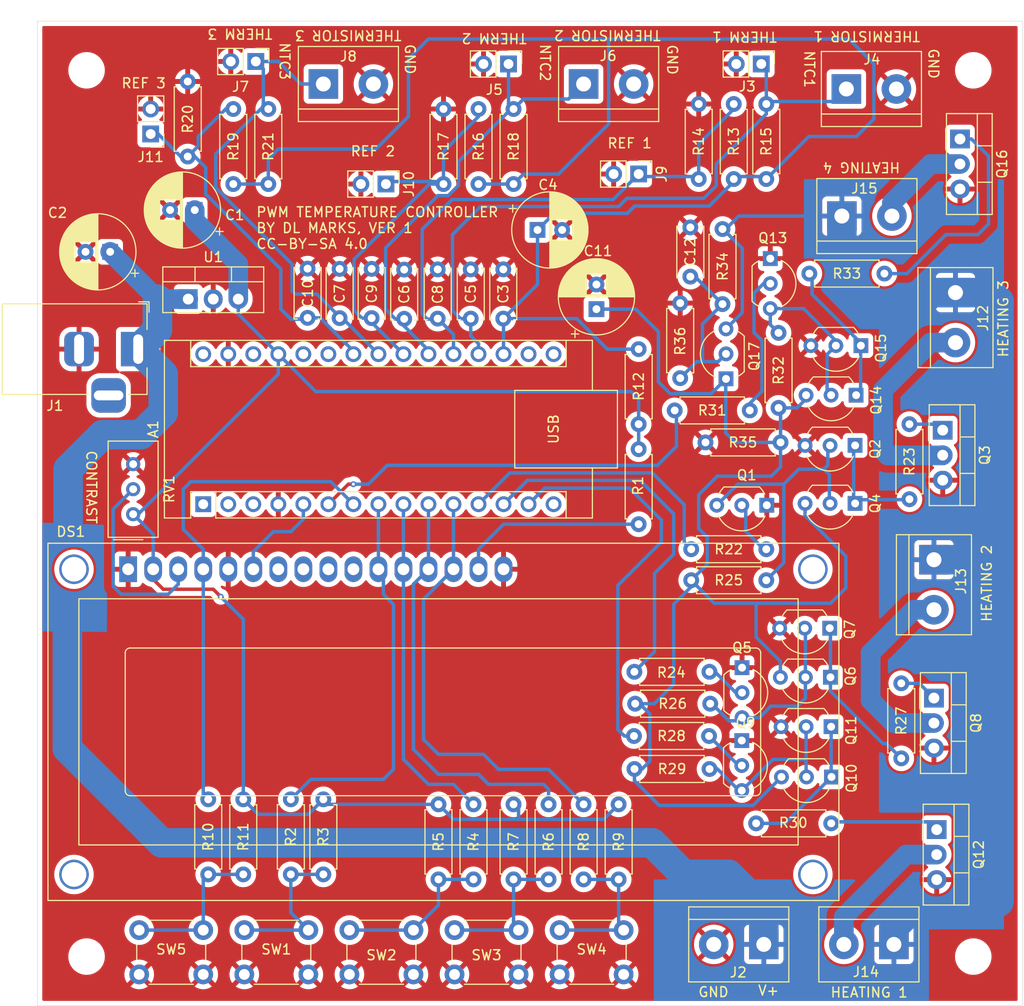
<source format=kicad_pcb>
(kicad_pcb (version 20221018) (generator pcbnew)
  (layers (0 "F.Cu" signal) (31 "B.Cu" signal) (34 "B.Paste" user) (35 "F.Paste" user) (36 "B.SilkS" user "B.Silkscreen") (37 "F.SilkS" user "F.Silkscreen") (38 "B.Mask" user) (39 "F.Mask" user) (44 "Edge.Cuts" user))
  (net 0 "")
  (net 4 "GND")
  (net 10 "+5V")
  (net 13 "Net-(DS1-VO)")
  (net 18 "Net-(DS1-LED(+))")
  (net 19 "/OC2B")
  (net 20 "/OC1A")
  (net 21 "/OC1B")
  (net 22 "/OC2A")
  (net 23 "/VREF")
  (net 24 "/NTC1")
  (net 25 "/NTC1REF")
  (net 26 "/NTC2")
  (net 27 "/NTC2REF")
  (net 28 "/NTC3")
  (net 29 "/NTC3REF")
  (net 30 "/RSDISP")
  (net 31 "/EDISP")
  (net 32 "/D4DISP")
  (net 33 "/D5DISP")
  (net 34 "/D6DISP")
  (net 35 "/D7DISP")
  (net 36 "Net-(R2-Pad2)")
  (net 37 "Net-(R4-Pad2)")
  (net 38 "Net-(R6-Pad2)")
  (net 39 "Net-(R8-Pad2)")
  (net 40 "Net-(R10-Pad2)")
  (net 41 "+12V")
  (net 42 "Net-(J12-Pin_2)")
  (net 43 "Net-(J13-Pin_2)")
  (net 44 "Net-(J14-Pin_2)")
  (net 45 "Net-(J15-Pin_2)")
  (net 46 "Net-(Q1-B)")
  (net 47 "Net-(Q2-E)")
  (net 48 "Net-(Q3-G)")
  (net 49 "Net-(Q5-B)")
  (net 50 "Net-(Q6-E)")
  (net 51 "Net-(Q8-G)")
  (net 52 "Net-(Q9-B)")
  (net 53 "Net-(Q10-E)")
  (net 54 "Net-(Q12-G)")
  (net 55 "Net-(Q13-B)")
  (net 56 "Net-(Q14-E)")
  (net 57 "Net-(Q16-G)")
  (net 58 "+24V")
  (net 59 "Net-(Q1-C)")
  (net 60 "Net-(Q5-C)")
  (net 61 "Net-(Q10-B)")
  (net 62 "Net-(Q13-C)")
  (net 63 "Net-(Q17-B)")
  (footprint "Resistor_THT:R_Axial_DIN0207_L6.3mm_D2.5mm_P7.62mm_Horizontal" (layer "F.Cu") (at 167.132 66.04 90)
    (fp_text reference "R14")
    (fp_text value "10k")
  )
  (footprint "Package_TO_SOT_THT:TO-92_Inline_Wide" (layer "F.Cu") (at 180.5 116.64 180)
    (fp_text reference "Q6")
    (fp_text value "2N3904")
  )
  (footprint "Capacitor_THT:C_Disc_D5.0mm_W2.5mm_P5.00mm" (layer "F.Cu") (at 137.2362 80.2386 90)
    (fp_text reference "C6")
    (fp_text value "100 nF")
  )
  (footprint "Package_TO_SOT_THT:TO-220-3_Vertical" (layer "F.Cu") (at 191.008 118.745 -90)
    (fp_text reference "Q8")
    (fp_text value "IRLZ44N")
  )
  (footprint "Connector_PinHeader_2.54mm:PinHeader_1x02_P2.54mm_Vertical" (layer "F.Cu") (at 147.828 54.356 -90)
    (fp_text reference "J5")
    (fp_text value "Conn_01x02_Pin")
  )
  (footprint "Resistor_THT:R_Axial_DIN0207_L6.3mm_D2.5mm_P7.62mm_Horizontal" (layer "F.Cu") (at 170.688 66.04 90)
    (fp_text reference "R13")
    (fp_text value "10k")
  )
  (footprint "Resistor_THT:R_Axial_DIN0207_L6.3mm_D2.5mm_P7.62mm_Horizontal" (layer "F.Cu") (at 160.61 125.95)
    (fp_text reference "R29")
    (fp_text value "2k2")
  )
  (footprint "Package_TO_SOT_THT:TO-92_Inline_Wide" (layer "F.Cu") (at 171.53 115.66 -90)
    (fp_text reference "Q5")
    (fp_text value "2N3904")
  )
  (footprint "Button_Switch_THT:SW_PUSH_6mm" (layer "F.Cu") (at 127.508 146.812 180)
    (fp_text reference "SW1")
    (fp_text value "SW_Push")
  )
  (footprint "Resistor_THT:R_Axial_DIN0207_L6.3mm_D2.5mm_P7.62mm_Horizontal" (layer "F.Cu") (at 161.036 83.312 -90)
    (fp_text reference "R12")
    (fp_text value "100R")
  )
  (footprint "Resistor_THT:R_Axial_DIN0207_L6.3mm_D2.5mm_P7.62mm_Horizontal" (layer "F.Cu") (at 187.69 124.87 90)
    (fp_text reference "R27")
    (fp_text value "10R")
  )
  (footprint "TerminalBlock:TerminalBlock_bornier-2_P5.08mm" (layer "F.Cu") (at 173.736 143.764 180)
    (fp_text reference "J2")
    (fp_text value "Screw_Terminal_01x02")
  )
  (footprint "Capacitor_THT:C_Disc_D5.0mm_W2.5mm_P5.00mm" (layer "F.Cu") (at 147.2946 80.2132 90)
    (fp_text reference "C3")
    (fp_text value "100 nF")
  )
  (footprint "Resistor_THT:R_Axial_DIN0207_L6.3mm_D2.5mm_P7.62mm_Horizontal" (layer "F.Cu") (at 140.716 137.16 90)
    (fp_text reference "R5")
    (fp_text value "1k")
  )
  (footprint "Resistor_THT:R_Axial_DIN0207_L6.3mm_D2.5mm_P7.62mm_Horizontal" (layer "F.Cu") (at 165.2524 86.2584 90)
    (fp_text reference "R36")
    (fp_text value "10k")
  )
  (footprint "Connector_BarrelJack:BarrelJack_Horizontal" (layer "F.Cu") (at 110.236 83.312)
    (fp_text reference "J1")
    (fp_text value "Barrel_Jack_Switch")
  )
  (footprint "Capacitor_THT:CP_Radial_D7.5mm_P2.50mm" (layer "F.Cu") (at 107.3912 73.4314 180)
    (fp_text reference "C2")
    (fp_text value "100 uF")
  )
  (footprint "TerminalBlock:TerminalBlock_bornier-2_P5.08mm" (layer "F.Cu") (at 182.118 56.896)
    (fp_text reference "J4")
    (fp_text value "Screw_Terminal_01x02")
  )
  (footprint "Package_TO_SOT_THT:TO-92_Inline_Wide" (layer "F.Cu") (at 180.57 121.66 180)
    (fp_text reference "Q11")
    (fp_text value "2N3906")
  )
  (footprint "Capacitor_THT:C_Disc_D5.0mm_W2.5mm_P5.00mm" (layer "F.Cu") (at 133.9342 80.1624 90)
    (fp_text reference "C9")
    (fp_text value "100 nF")
  )
  (footprint "Resistor_THT:R_Axial_DIN0207_L6.3mm_D2.5mm_P7.62mm_Horizontal" (layer "F.Cu") (at 144.78 66.548 90)
    (fp_text reference "R16")
    (fp_text value "10k")
  )
  (footprint "Resistor_THT:R_Axial_DIN0207_L6.3mm_D2.5mm_P7.62mm_Horizontal" (layer "F.Cu") (at 178.3588 75.6412)
    (fp_text reference "R33")
    (fp_text value "10R")
  )
  (footprint "TerminalBlock:TerminalBlock_bornier-2_P5.08mm" (layer "F.Cu") (at 186.944 143.764 180)
    (fp_text reference "J14")
    (fp_text value "Screw_Terminal_01x02")
  )
  (footprint "Potentiometer_THT:Potentiometer_Bourns_3296W_Vertical" (layer "F.Cu") (at 109.728 100.076 -90)
    (fp_text reference "RV1")
    (fp_text value "R_Potentiometer")
  )
  (footprint "Resistor_THT:R_Axial_DIN0207_L6.3mm_D2.5mm_P7.62mm_Horizontal" (layer "F.Cu") (at 141.224 66.548 90)
    (fp_text reference "R17")
    (fp_text value "10k")
  )
  (footprint "Package_TO_SOT_THT:TO-92_Inline_Wide" (layer "F.Cu") (at 174.3964 74.1172 -90)
    (fp_text reference "Q13")
    (fp_text value "2N3904")
  )
  (footprint "Resistor_THT:R_Axial_DIN0207_L6.3mm_D2.5mm_P7.62mm_Horizontal" (layer "F.Cu") (at 173.99 103.632 180)
    (fp_text reference "R22")
    (fp_text value "10k")
  )
  (footprint "Package_TO_SOT_THT:TO-92_Inline_Wide" (layer "F.Cu") (at 180.43 111.65 180)
    (fp_text reference "Q7")
    (fp_text value "2N3906")
  )
  (footprint "Button_Switch_THT:SW_PUSH_6mm" (layer "F.Cu") (at 148.844 146.812 180)
    (fp_text reference "SW3")
    (fp_text value "SW_Push")
  )
  (footprint "Capacitor_THT:CP_Radial_D7.5mm_P2.50mm" (layer "F.Cu") (at 156.75 79.25 90)
    (fp_text reference "C11")
    (fp_text value "100 uF")
  )
  (footprint "Resistor_THT:R_Axial_DIN0207_L6.3mm_D2.5mm_P7.62mm_Horizontal" (layer "F.Cu") (at 148.336 66.548 90)
    (fp_text reference "R18")
    (fp_text value "10k")
  )
  (footprint "Package_TO_SOT_THT:TO-220-3_Vertical" (layer "F.Cu") (at 191.897 91.5416 -90)
    (fp_text reference "Q3")
    (fp_text value "IRLZ44N")
  )
  (footprint "Resistor_THT:R_Axial_DIN0207_L6.3mm_D2.5mm_P7.62mm_Horizontal" (layer "F.Cu") (at 168.22 116.08 180)
    (fp_text reference "R24")
    (fp_text value "10k")
  )
  (footprint "TerminalBlock:TerminalBlock_bornier-2_P5.08mm" (layer "F.Cu") (at 181.6608 69.7992)
    (fp_text reference "J15")
    (fp_text value "Screw_Terminal_01x02")
  )
  (footprint "Resistor_THT:R_Axial_DIN0207_L6.3mm_D2.5mm_P7.62mm_Horizontal" (layer "F.Cu") (at 166.37 106.7816)
    (fp_text reference "R25")
    (fp_text value "2k2")
  )
  (footprint "TerminalBlock:TerminalBlock_bornier-2_P5.08mm" (layer "F.Cu") (at 193.1924 77.5716 -90)
    (fp_text reference "J12")
    (fp_text value "Screw_Terminal_01x02")
  )
  (footprint "Resistor_THT:R_Axial_DIN0207_L6.3mm_D2.5mm_P7.62mm_Horizontal" (layer "F.Cu") (at 160.68 119.32)
    (fp_text reference "R26")
    (fp_text value "2k2")
  )
  (footprint "Resistor_THT:R_Axial_DIN0207_L6.3mm_D2.5mm_P7.62mm_Horizontal" (layer "F.Cu") (at 172.96 131.47)
    (fp_text reference "R30")
    (fp_text value "10R")
  )
  (footprint "TerminalBlock:TerminalBlock_bornier-2_P5.08mm" (layer "F.Cu") (at 191.008 104.6988 -90)
    (fp_text reference "J13")
    (fp_text value "Screw_Terminal_01x02")
  )
  (footprint "TerminalBlock:TerminalBlock_bornier-2_P5.08mm" (layer "F.Cu") (at 129.032 56.388)
    (fp_text reference "J8")
    (fp_text value "Screw_Terminal_01x02")
  )
  (footprint "Resistor_THT:R_Axial_DIN0207_L6.3mm_D2.5mm_P7.62mm_Horizontal" (layer "F.Cu") (at 129.032 136.652 90)
    (fp_text reference "R3")
    (fp_text value "1k")
  )
  (footprint "Resistor_THT:R_Axial_DIN0207_L6.3mm_D2.5mm_P7.62mm_Horizontal" (layer "F.Cu") (at 168.18 122.6 180)
    (fp_text reference "R28")
    (fp_text value "10k")
  )
  (footprint "Resistor_THT:R_Axial_DIN0207_L6.3mm_D2.5mm_P7.62mm_Horizontal" (layer "F.Cu") (at 115.2652 63.754 90)
    (fp_text reference "R20")
    (fp_text value "10k")
  )
  (footprint "Resistor_THT:R_Axial_DIN0207_L6.3mm_D2.5mm_P7.62mm_Horizontal" (layer "F.Cu") (at 148.336 137.16 90)
    (fp_text reference "R7")
    (fp_text value "1k")
  )
  (footprint "Capacitor_THT:CP_Radial_D7.5mm_P2.50mm" (layer "F.Cu") (at 115.9764 69.1896 180)
    (fp_text reference "C1")
    (fp_text value "100 uF")
  )
  (footprint "Package_TO_SOT_THT:TO-92_Inline_Wide" (layer "F.Cu") (at 171.5 123.06 -90)
    (fp_text reference "Q9")
    (fp_text value "2N3904")
  )
  (footprint "Resistor_THT:R_Axial_DIN0207_L6.3mm_D2.5mm_P7.62mm_Horizontal" (layer "F.Cu") (at 119.888 66.548 90)
    (fp_text reference "R19")
    (fp_text value "10k")
  )
  (footprint "Package_TO_SOT_THT:TO-92_Inline_Wide" (layer "F.Cu") (at 174.0408 99.1616 180)
    (fp_text reference "Q1")
    (fp_text value "2N3904")
  )
  (footprint "Connector_PinHeader_2.54mm:PinHeader_1x02_P2.54mm_Vertical" (layer "F.Cu") (at 135.382 66.548 -90)
    (fp_text reference "J10")
    (fp_text value "Conn_01x02_Pin")
  )
  (footprint "Button_Switch_THT:SW_PUSH_6mm" (layer "F.Cu") (at 159.512 146.812 180)
    (fp_text reference "SW4")
    (fp_text value "SW_Push")
  )
  (footprint "Package_TO_SOT_THT:TO-220-3_Vertical" (layer "F.Cu") (at 191.2874 132.1054 -90)
    (fp_text reference "Q12")
    (fp_text value "IRLZ44N")
  )
  (footprint "Package_TO_SOT_THT:TO-92_Inline_Wide" (layer "F.Cu") (at 183.1086 87.9856 180)
    (fp_text reference "Q14")
    (fp_text value "2N3904")
  )
  (footprint "Package_TO_SOT_THT:TO-220-3_Vertical" (layer "F.Cu") (at 193.6496 61.976 -90)
    (fp_text reference "Q16")
    (fp_text value "IRLZ44N")
  )
  (footprint "Capacitor_THT:C_Disc_D5.0mm_W2.5mm_P5.00mm" (layer "F.Cu") (at 143.9926 80.2132 90)
    (fp_text reference "C5")
    (fp_text value "100 nF")
  )
  (footprint "Resistor_THT:R_Axial_DIN0207_L6.3mm_D2.5mm_P7.62mm_Horizontal" (layer "F.Cu") (at 167.8178 92.7862)
    (fp_text reference "R35")
    (fp_text value "2k2")
  )
  (footprint "Capacitor_THT:C_Disc_D5.0mm_W2.5mm_P5.00mm" (layer "F.Cu") (at 140.6398 80.2132 90)
    (fp_text reference "C8")
    (fp_text value "100 nF")
  )
  (footprint "Capacitor_THT:C_Disc_D5.0mm_W2.5mm_P5.00mm" (layer "F.Cu") (at 130.683 80.1624 90)
    (fp_text reference "C7")
    (fp_text value "100 nF")
  )
  (footprint "Button_Switch_THT:SW_PUSH_6mm" (layer "F.Cu") (at 138.176 146.812 180)
    (fp_text reference "SW2")
    (fp_text value "SW_Push")
  )
  (footprint "Resistor_THT:R_Axial_DIN0207_L6.3mm_D2.5mm_P7.62mm_Horizontal" (layer "F.Cu") (at 151.892 129.54 -90)
    (fp_text reference "R6")
    (fp_text value "10k")
  )
  (footprint "Package_TO_SOT_THT:TO-92_Inline_Wide" (layer "F.Cu") (at 180.61 126.76 180)
    (fp_text reference "Q10")
    (fp_text value "2N3904")
  )
  (footprint "Package_TO_SOT_THT:TO-220-3_Vertical" (layer "F.Cu") (at 115.316 78.232)
    (fp_text reference "U1")
    (fp_text value "LM7805_TO220")
  )
  (footprint "Resistor_THT:R_Axial_DIN0207_L6.3mm_D2.5mm_P7.62mm_Horizontal" (layer "F.Cu") (at 125.73 129.032 -90)
    (fp_text reference "R2")
    (fp_text value "10k")
  )
  (footprint "Resistor_THT:R_Axial_DIN0207_L6.3mm_D2.5mm_P7.62mm_Horizontal" (layer "F.Cu") (at 159.004 137.16 90)
    (fp_text reference "R9")
    (fp_text value "1k")
  )
  (footprint "Connector_PinHeader_2.54mm:PinHeader_1x02_P2.54mm_Vertical" (layer "F.Cu") (at 161.036 65.532 -90)
    (fp_text reference "J9")
    (fp_text value "Conn_01x02_Pin")
  )
  (footprint "Package_TO_SOT_THT:TO-92_Inline_Wide" (layer "F.Cu") (at 183.007 98.9838 180)
    (fp_text reference "Q4")
    (fp_text value "2N3904")
  )
  (footprint "Module:Arduino_Nano" (layer "F.Cu") (at 116.84 99.06 90)
    (fp_text reference "A1")
    (fp_text value "Arduino_Nano_v3.x")
  )
  (footprint "Display:WC1602A" (layer "F.Cu") (at 109.22 105.664)
    (fp_text reference "DS1")
    (fp_text value "WC1602A")
  )
  (footprint "MountingHole:MountingHole_3.2mm_M3" (layer "F.Cu") (at 195 55)
    (fp_text reference "H1" hide)
    (fp_text value "MountingHole")
  )
  (footprint "Resistor_THT:R_Axial_DIN0207_L6.3mm_D2.5mm_P7.62mm_Horizontal" (layer "F.Cu") (at 155.448 129.54 -90)
    (fp_text reference "R8")
    (fp_text value "10k")
  )
  (footprint "Capacitor_THT:C_Disc_D5.0mm_W2.5mm_P5.00mm" (layer "F.Cu") (at 127.4318 80.137 90)
    (fp_text reference "C10")
    (fp_text value "100 nF")
  )
  (footprint "Capacitor_THT:CP_Radial_D7.5mm_P2.50mm" (layer "F.Cu") (at 150.77 71.21)
    (fp_text reference "C4")
    (fp_text value "100 uF")
  )
  (footprint "Resistor_THT:R_Axial_DIN0207_L6.3mm_D2.5mm_P7.62mm_Horizontal" (layer "F.Cu") (at 117.348 129.032 -90)
    (fp_text reference "R10")
    (fp_text value "10k")
  )
  (footprint "Package_TO_SOT_THT:TO-92_Inline_Wide" (layer "F.Cu") (at 183.5912 82.9564 180)
    (fp_text reference "Q15")
    (fp_text value "2N3906")
  )
  (footprint "MountingHole:MountingHole_3.2mm_M3" (layer "F.Cu") (at 195 145)
    (fp_text reference "H3" hide)
    (fp_text value "MountingHole")
  )
  (footprint "Resistor_THT:R_Axial_DIN0207_L6.3mm_D2.5mm_P7.62mm_Horizontal" (layer "F.Cu") (at 188.5188 98.552 90)
    (fp_text reference "R23")
    (fp_text value "10R")
  )
  (footprint "Connector_PinHeader_2.54mm:PinHeader_1x02_P2.54mm_Vertical" (layer "F.Cu") (at 122.174 54.102 -90)
    (fp_text reference "J7")
    (fp_text value "Conn_01x02_Pin")
  )
  (footprint "Capacitor_THT:C_Disc_D5.0mm_W2.5mm_P5.00mm" (layer "F.Cu") (at 166.28 75.95 90)
    (fp_text reference "C12")
    (fp_text value "100 nF")
  )
  (footprint "MountingHole:MountingHole_3.2mm_M3" (layer "F.Cu") (at 105 55)
    (fp_text reference "H2" hide)
    (fp_text value "MountingHole")
  )
  (footprint "Resistor_THT:R_Axial_DIN0207_L6.3mm_D2.5mm_P7.62mm_Horizontal" (layer "F.Cu") (at 173.99 66.04 90)
    (fp_text reference "R15")
    (fp_text value "10k")
  )
  (footprint "TerminalBlock:TerminalBlock_bornier-2_P5.08mm" (layer "F.Cu") (at 155.448 56.388)
    (fp_text reference "J6")
    (fp_text value "Screw_Terminal_01x02")
  )
  (footprint "Resistor_THT:R_Axial_DIN0207_L6.3mm_D2.5mm_P7.62mm_Horizontal" (layer "F.Cu") (at 172.3136 89.535 180)
    (fp_text reference "R31")
    (fp_text value "10k")
  )
  (footprint "Button_Switch_THT:SW_PUSH_6mm" (layer "F.Cu") (at 116.84 146.812 180)
    (fp_text reference "SW5")
    (fp_text value "SW_Push")
  )
  (footprint "Resistor_THT:R_Axial_DIN0207_L6.3mm_D2.5mm_P7.62mm_Horizontal" (layer "F.Cu") (at 120.904 136.652 90)
    (fp_text reference "R11")
    (fp_text value "1k")
  )
  (footprint "Connector_PinHeader_2.54mm:PinHeader_1x02_P2.54mm_Vertical" (layer "F.Cu") (at 111.506 61.468 180)
    (fp_text reference "J11")
    (fp_text value "Conn_01x02_Pin")
  )
  (footprint "Resistor_THT:R_Axial_DIN0207_L6.3mm_D2.5mm_P7.62mm_Horizontal" (layer "F.Cu") (at 175.2346 89.281 90)
    (fp_text reference "R32")
    (fp_text value "2k2")
  )
  (footprint "Resistor_THT:R_Axial_DIN0207_L6.3mm_D2.5mm_P7.62mm_Horizontal" (layer "F.Cu") (at 161.036 101.092 90)
    (fp_text reference "R1")
    (fp_text value "100R")
  )
  (footprint "Package_TO_SOT_THT:TO-92_Inline_Wide" (layer "F.Cu") (at 169.9006 86.3346 90)
    (fp_text reference "Q17")
    (fp_text value "2N3904")
  )
  (footprint "Resistor_THT:R_Axial_DIN0207_L6.3mm_D2.5mm_P7.62mm_Horizontal" (layer "F.Cu") (at 123.444 66.548 90)
    (fp_text reference "R21")
    (fp_text value "10k")
  )
  (footprint "Package_TO_SOT_THT:TO-92_Inline_Wide" (layer "F.Cu") (at 183.007 93.091 180)
    (fp_text reference "Q2")
    (fp_text value "2N3906")
  )
  (footprint "MountingHole:MountingHole_3.2mm_M3" (layer "F.Cu") (at 105 145)
    (fp_text reference "H4" hide)
    (fp_text value "MountingHole")
  )
  (footprint "Resistor_THT:R_Axial_DIN0207_L6.3mm_D2.5mm_P7.62mm_Horizontal" (layer "F.Cu") (at 169.545 71.12 -90)
    (fp_text reference "R34")
    (fp_text value "10k")
  )
  (footprint "Connector_PinHeader_2.54mm:PinHeader_1x02_P2.54mm_Vertical" (layer "F.Cu") (at 173.482 54.356 -90)
    (fp_text reference "J3")
    (fp_text value "Conn_01x02_Pin")
  )
  (footprint "Resistor_THT:R_Axial_DIN0207_L6.3mm_D2.5mm_P7.62mm_Horizontal" (layer "F.Cu") (at 144.272 129.54 -90)
    (fp_text reference "R4")
    (fp_text value "10k")
  )
  (gr_rect (start 100 50) (end 200 150) (stroke (width 0.05)) (fill none) (layer "Edge.Cuts"))
  (gr_text "HEATING 3" (at 198.628 84.2264 90) (layer "F.SilkS") (effects (font (size 1 1)) (justify left bottom)))
  (gr_text "THERMISTOR 1" (at 189.6872 50.9524 180) (layer "F.SilkS") (effects (font (size 1 1)) (justify left bottom)))
  (gr_text "HEATING 4" (at 187.6552 64.262 180) (layer "F.SilkS") (effects (font (size 1 1)) (justify left bottom)))
  (gr_text "HEATING 1" (at 180.43 149.23) (layer "F.SilkS") (effects (font (size 1 1)) (justify left bottom)))
  (gr_text "GND" (at 137.2362 52.2478 270) (layer "F.SilkS") (effects (font (size 1 1)) (justify left bottom)))
  (gr_text "REF 2" (at 131.7244 63.8048) (layer "F.SilkS") (effects (font (size 1 1)) (justify left bottom)))
  (gr_text "NTC3" (at 124.5108 52.0954 270) (layer "F.SilkS") (effects (font (size 1 1)) (justify left bottom)))
  (gr_text "V+" (at 173.07 149.03) (layer "F.SilkS") (effects (font (size 1 1)) (justify left bottom)))
  (gr_text "NTC2" (at 150.9522 52.2478 270) (layer "F.SilkS") (effects (font (size 1 1)) (justify left bottom)))
  (gr_text "GND" (at 163.8554 52.2986 270) (layer "F.SilkS") (effects (font (size 1 1)) (justify left bottom)))
  (gr_text "NTC1" (at 177.7746 52.9082 270) (layer "F.SilkS") (effects (font (size 1 1)) (justify left bottom)))
  (gr_text "GND" (at 190.373 52.705 270) (layer "F.SilkS") (effects (font (size 1 1)) (justify left bottom)))
  (gr_text "PWM TEMPERATURE CONTROLLER\nBY DL MARKS, VER 1\nCC-BY-SA 4.0" (at 122.15 73.21) (layer "F.SilkS") (effects (font (size 1 1)) (justify left bottom)))
  (gr_text "THERMISTOR 3" (at 137.0584 50.8508 180) (layer "F.SilkS") (effects (font (size 1 1)) (justify left bottom)))
  (gr_text "THERM 1" (at 175.1584 51.0032 180) (layer "F.SilkS") (effects (font (size 1 1)) (justify left bottom)))
  (gr_text "REF 3" (at 108.458 56.896) (layer "F.SilkS") (effects (font (size 1 1)) (justify left bottom)))
  (gr_text "THERMISTOR 2" (at 163.3728 50.8508 180) (layer "F.SilkS") (effects (font (size 1 1)) (justify left bottom)))
  (gr_text "THERM 2" (at 149.7584 51.1556 180) (layer "F.SilkS") (effects (font (size 1 1)) (justify left bottom)))
  (gr_text "REF 1" (at 157.7848 62.992) (layer "F.SilkS") (effects (font (size 1 1)) (justify left bottom)))
  (gr_text "CONTRAST" (at 104.902 93.5228 270) (layer "F.SilkS") (effects (font (size 1 1)) (justify left bottom)))
  (gr_text "GND" (at 167.01 149.19) (layer "F.SilkS") (effects (font (size 1 1)) (justify left bottom)))
  (gr_text "THERM 3" (at 123.952 50.6984 180) (layer "F.SilkS") (effects (font (size 1 1)) (justify left bottom)))
  (gr_text "HEATING 2" (at 196.9516 111.0996 90) (layer "F.SilkS") (effects (font (size 1 1)) (justify left bottom)))
  (segment (start 111.76 105.664) (end 111.76 106.68) (width 0.35) (layer "F.Cu") (net 10))
  (segment (start 117.856 107.696) (end 118.618 108.458) (width 0.35) (layer "F.Cu") (net 10))
  (segment (start 112.776 107.696) (end 117.856 107.696) (width 0.35) (layer "F.Cu") (net 10))
  (segment (start 111.76 106.68) (end 112.776 107.696) (width 0.35) (layer "F.Cu") (net 10))
  (via (at 118.618 108.458) (size 0.6) (drill 0.3) (layers "F.Cu" "B.Cu") (net 10))
  (segment (start 159.004 129.54) (end 157.48 131.064) (width 0.35) (layer "B.Cu") (net 10))
  (segment (start 120.396 79.756) (end 120.396 78.232) (width 0.35) (layer "B.Cu") (net 10))
  (segment (start 115.9764 70.2564) (end 120.396 74.676) (width 2) (layer "B.Cu") (net 10))
  (segment (start 157.48 131.064) (end 148.844 131.064) (width 0.35) (layer "B.Cu") (net 10))
  (segment (start 160.274 87.63) (end 161.036 88.392) (width 0.35) (layer "B.Cu") (net 10))
  (segment (start 111.76 105.664) (end 111.76 102.108) (width 0.35) (layer "B.Cu") (net 10))
  (segment (start 120.904 110.744) (end 120.904 129.032) (width 0.35) (layer "B.Cu") (net 10))
  (segment (start 140.716 129.54) (end 129.54 129.54) (width 0.35) (layer "B.Cu") (net 10))
  (segment (start 120.396 74.676) (end 120.396 78.232) (width 2) (layer "B.Cu") (net 10))
  (segment (start 128.27 87.63) (end 160.274 87.63) (width 0.35) (layer "B.Cu") (net 10))
  (segment (start 161.036 90.932) (end 161.036 93.472) (width 0.35) (layer "B.Cu") (net 10))
  (segment (start 148.844 131.064) (end 148.844 130.048) (width 0.35) (layer "B.Cu") (net 10))
  (segment (start 124.46 83.82) (end 128.27 87.63) (width 0.35) (layer "B.Cu") (net 10))
  (segment (start 110.236 100.076) (end 109.728 100.076) (width 0.35) (layer "B.Cu") (net 10))
  (segment (start 118.618 108.458) (end 120.904 110.744) (width 0.35) (layer "B.Cu") (net 10))
  (segment (start 122.428 130.556) (end 127.508 130.556) (width 0.35) (layer "B.Cu") (net 10))
  (segment (start 124.46 83.82) (end 120.396 79.756) (width 0.35) (layer "B.Cu") (net 10))
  (segment (start 115.9764 69.1896) (end 115.9764 70.2564) (width 2) (layer "B.Cu") (net 10))
  (segment (start 120.904 129.032) (end 122.428 130.556) (width 0.35) (layer "B.Cu") (net 10))
  (segment (start 148.844 131.064) (end 142.24 131.064) (width 0.35) (layer "B.Cu") (net 10))
  (segment (start 124.46 85.852) (end 124.46 83.82) (width 0.35) (layer "B.Cu") (net 10))
  (segment (start 110.236 100.076) (end 124.46 85.852) (width 0.35) (layer "B.Cu") (net 10))
  (segment (start 161.036 88.392) (end 161.036 90.932) (width 0.35) (layer "B.Cu") (net 10))
  (segment (start 127.508 130.556) (end 129.032 129.032) (width 0.35) (layer "B.Cu") (net 10))
  (segment (start 148.844 130.048) (end 148.336 129.54) (width 0.35) (layer "B.Cu") (net 10))
  (segment (start 129.54 129.54) (end 129.032 129.032) (width 0.35) (layer "B.Cu") (net 10))
  (segment (start 142.24 131.064) (end 140.716 129.54) (width 0.35) (layer "B.Cu") (net 10))
  (segment (start 111.76 102.108) (end 109.728 100.076) (width 0.35) (layer "B.Cu") (net 10))
  (segment (start 107.696 107.393) (end 108.507 108.204) (width 0.35) (layer "B.Cu") (net 13))
  (segment (start 109.728 97.536) (end 107.696 99.568) (width 0.35) (layer "B.Cu") (net 13))
  (segment (start 113.284 108.204) (end 114.3 107.188) (width 0.35) (layer "B.Cu") (net 13))
  (segment (start 108.507 108.204) (end 113.284 108.204) (width 0.35) (layer "B.Cu") (net 13))
  (segment (start 107.696 99.568) (end 107.696 107.393) (width 0.35) (layer "B.Cu") (net 13))
  (segment (start 114.3 107.188) (end 114.3 105.664) (width 0.35) (layer "B.Cu") (net 13))
  (segment (start 161.036 101.092) (end 147.32 101.092) (width 0.35) (layer "B.Cu") (net 18))
  (segment (start 144.78 103.632) (end 144.78 105.664) (width 0.35) (layer "B.Cu") (net 18))
  (segment (start 147.32 101.092) (end 144.78 103.632) (width 0.35) (layer "B.Cu") (net 18))
  (segment (start 131.572 97.028) (end 132.08 97.028) (width 0.35) (layer "F.Cu") (net 19))
  (segment (start 129.54 99.06) (end 131.572 97.028) (width 0.35) (layer "F.Cu") (net 19))
  (via (at 132.08 97.028) (size 0.6) (drill 0.3) (layers "F.Cu" "B.Cu") (net 19))
  (segment (start 133.604 97.028) (end 132.08 97.028) (width 0.35) (layer "B.Cu") (net 19))
  (segment (start 164.8714 93.1926) (end 162.954 95.11) (width 0.35) (layer "B.Cu") (net 19))
  (segment (start 135.522 95.11) (end 133.604 97.028) (width 0.35) (layer "B.Cu") (net 19))
  (segment (start 162.954 95.11) (end 135.522 95.11) (width 0.35) (layer "B.Cu") (net 19))
  (segment (start 164.8714 89.7128) (end 164.8714 93.1926) (width 0.35) (layer "B.Cu") (net 19))
  (segment (start 164.6936 89.535) (end 164.8714 89.7128) (width 0.35) (layer "B.Cu") (net 19))
  (segment (start 165.6588 102.9208) (end 165.6588 99.1108) (width 0.35) (layer "B.Cu") (net 20))
  (segment (start 147.96 95.88) (end 144.78 99.06) (width 0.35) (layer "B.Cu") (net 20))
  (segment (start 166.37 103.632) (end 165.6588 102.9208) (width 0.35) (layer "B.Cu") (net 20))
  (segment (start 165.6588 99.1108) (end 162.428 95.88) (width 0.35) (layer "B.Cu") (net 20))
  (segment (start 162.428 95.88) (end 147.96 95.88) (width 0.35) (layer "B.Cu") (net 20))
  (segment (start 161.18 96.64) (end 149.74 96.64) (width 0.35) (layer "B.Cu") (net 21))
  (segment (start 160.6 116.08) (end 162.64 114.04) (width 0.35) (layer "B.Cu") (net 21))
  (segment (start 164.592 104.14) (end 164.592 100.052) (width 0.35) (layer "B.Cu") (net 21))
  (segment (start 149.74 96.64) (end 147.32 99.06) (width 0.35) (layer "B.Cu") (net 21))
  (segment (start 162.64 114.04) (end 162.64 106.092) (width 0.35) (layer "B.Cu") (net 21))
  (segment (start 164.592 100.052) (end 161.18 96.64) (width 0.35) (layer "B.Cu") (net 21))
  (segment (start 162.64 106.092) (end 164.592 104.14) (width 0.35) (layer "B.Cu") (net 21))
  (segment (start 151.49 97.43) (end 160.1 97.43) (width 0.35) (layer "B.Cu") (net 22))
  (segment (start 149.86 99.06) (end 151.49 97.43) (width 0.35) (layer "B.Cu") (net 22))
  (segment (start 158.93 121.95) (end 159.58 122.6) (width 0.35) (layer "B.Cu") (net 22))
  (segment (start 160.1 97.43) (end 163.34 100.67) (width 0.35) (layer "B.Cu") (net 22))
  (segment (start 163.34 100.67) (end 163.34 102.89) (width 0.35) (layer "B.Cu") (net 22))
  (segment (start 159.58 122.6) (end 160.56 122.6) (width 0.35) (layer "B.Cu") (net 22))
  (segment (start 158.93 107.3) (end 158.93 121.95) (width 0.35) (layer "B.Cu") (net 22))
  (segment (start 163.34 102.89) (end 158.93 107.3) (width 0.35) (layer "B.Cu") (net 22))
  (segment (start 157.988 51.816) (end 182.372 51.816) (width 0.35) (layer "B.Cu") (net 23))
  (segment (start 182.372 51.816) (end 184.912 54.356) (width 0.35) (layer "B.Cu") (net 23))
  (segment (start 168.1988 68.7832) (end 160.6296 68.7832) (width 0.35) (layer "B.Cu") (net 23))
  (segment (start 139.7 51.816) (end 157.988 51.816) (width 0.35) (layer "B.Cu") (net 23))
  (segment (start 147.32 83.82) (end 147.32 80.2386) (width 0.35) (layer "B.Cu") (net 23))
  (segment (start 157.852 83.312) (end 161.036 83.312) (width 0.35) (layer "B.Cu") (net 23))
  (segment (start 134.366 62.992) (end 137.668 59.69) (width 0.35) (layer "B.Cu") (net 23))
  (segment (start 123.444 66.548) (end 123.444 64.008) (width 0.35) (layer "B.Cu") (net 23))
  (segment (start 184.912 59.944) (end 183.134 61.722) (width 0.35) (layer "B.Cu") (net 23))
  (segment (start 152.908 65.532) (end 149.352 65.532) (width 0.35) (layer "B.Cu") (net 23))
  (segment (start 173.736 65.786) (end 170.942 65.786) (width 0.35) (layer "B.Cu") (net 23))
  (segment (start 178.308 61.722) (end 173.99 66.04) (width 0.35) (layer "B.Cu") (net 23))
  (segment (start 137.668 53.848) (end 139.7 51.816) (width 0.35) (layer "B.Cu") (net 23))
  (segment (start 183.134 61.722) (end 178.308 61.722) (width 0.35) (layer "B.Cu") (net 23))
  (segment (start 147.2946 80.2132) (end 154.7532 80.2132) (width 0.35) (layer "B.Cu") (net 23))
  (segment (start 160.6296 68.7832) (end 159.8928 69.52) (width 0.35) (layer "B.Cu") (net 23))
  (segment (start 123.444 66.548) (end 119.888 66.548) (width 0.35) (layer "B.Cu") (net 23))
  (segment (start 157.988 60.452) (end 152.908 65.532) (width 0.35) (layer "B.Cu") (net 23))
  (segment (start 170.942 65.786) (end 170.688 66.04) (width 0.35) (layer "B.Cu") (net 23))
  (segment (start 149.352 65.532) (end 148.336 66.548) (width 0.35) (layer "B.Cu") (net 23))
  (segment (start 147.32 80.2386) (end 147.2946 80.2132) (width 0.35) (layer "B.Cu") (net 23))
  (segment (start 123.444 64.008) (end 124.46 62.992) (width 0.35) (layer "B.Cu") (net 23))
  (segment (start 154.7532 80.2132) (end 157.852 83.312) (width 0.35) (layer "B.Cu") (net 23))
  (segment (start 150.77 76.7378) (end 147.2946 80.2132) (width 0.35) (layer "B.Cu") (net 23))
  (segment (start 157.988 51.816) (end 157.988 60.452) (width 0.35) (layer "B.Cu") (net 23))
  (segment (start 173.99 66.04) (end 173.736 65.786) (width 0.35) (layer "B.Cu") (net 23))
  (segment (start 170.688 66.294) (end 168.1988 68.7832) (width 0.35) (layer "B.Cu") (net 23))
  (segment (start 184.912 54.356) (end 184.912 59.944) (width 0.35) (layer "B.Cu") (net 23))
  (segment (start 137.668 59.69) (end 137.668 53.848) (width 0.35) (layer "B.Cu") (net 23))
  (segment (start 152.46 69.52) (end 150.77 71.21) (width 0.35) (layer "B.Cu") (net 23))
  (segment (start 170.688 66.04) (end 170.688 66.294) (width 0.35) (layer "B.Cu") (net 23))
  (segment (start 150.77 71.21) (end 150.77 76.7378) (width 0.35) (layer "B.Cu") (net 23))
  (segment (start 159.8928 69.52) (end 152.46 69.52) (width 0.35) (layer "B.Cu") (net 23))
  (segment (start 124.46 62.992) (end 134.366 62.992) (width 0.35) (layer "B.Cu") (net 23))
  (segment (start 144.78 66.548) (end 148.336 66.548) (width 0.35) (layer "B.Cu") (net 23))
  (segment (start 173.99 54.864) (end 173.99 58.42) (width 0.35) (layer "B.Cu") (net 24))
  (segment (start 182.118 56.896) (end 180.848 58.166) (width 0.35) (layer "B.Cu") (net 24))
  (segment (start 168.91 66.7258) (end 167.64 67.9958) (width 0.35) (layer "B.Cu") (net 24))
  (segment (start 173.99 59.436) (end 168.91 64.516) (width 0.35) (layer "B.Cu") (net 24))
  (segment (start 173.99 58.42) (end 173.99 59.436) (width 0.35) (layer "B.Cu") (net 24))
  (segment (start 143.9926 81.9766) (end 144.78 82.764) (width 0.35) (layer "B.Cu") (net 24))
  (segment (start 174.244 58.166) (end 173.99 58.42) (width 0.35) (layer "B.Cu") (net 24))
  (segment (start 143.9818 80.224) (end 143.9926 80.2132) (width 0.35) (layer "B.Cu") (net 24))
  (segment (start 144.9832 68.834) (end 142.1384 71.6788) (width 0.35) (layer "B.Cu") (net 24))
  (segment (start 167.64 67.9958) (end 159.8422 67.9958) (width 0.35) (layer "B.Cu") (net 24))
  (segment (start 142.1384 71.6788) (end 142.1384 79.4004) (width 0.35) (layer "B.Cu") (net 24))
  (segment (start 173.482 54.356) (end 173.99 54.864) (width 0.35) (layer "B.Cu") (net 24))
  (segment (start 168.91 64.516) (end 168.91 66.7258) (width 0.35) (layer "B.Cu") (net 24))
  (segment (start 159.004 68.834) (end 144.9832 68.834) (width 0.35) (layer "B.Cu") (net 24))
  (segment (start 143.9926 80.2132) (end 143.9926 81.9766) (width 0.35) (layer "B.Cu") (net 24))
  (segment (start 144.78 82.764) (end 144.78 83.82) (width 0.35) (layer "B.Cu") (net 24))
  (segment (start 142.962 80.224) (end 143.9818 80.224) (width 0.35) (layer "B.Cu") (net 24))
  (segment (start 180.848 58.166) (end 174.244 58.166) (width 0.35) (layer "B.Cu") (net 24))
  (segment (start 142.1384 79.4004) (end 142.962 80.224) (width 0.35) (layer "B.Cu") (net 24))
  (segment (start 159.8422 67.9958) (end 159.004 68.834) (width 0.35) (layer "B.Cu") (net 24))
  (segment (start 166.878 65.786) (end 161.29 65.786) (width 0.35) (layer "B.Cu") (net 25))
  (segment (start 139.065 71.146519) (end 139.065 79.756) (width 0.35) (layer "B.Cu") (net 25))
  (segment (start 140.589 80.264) (end 140.6398 80.2132) (width 0.35) (layer "B.Cu") (net 25))
  (segment (start 142.088719 68.1228) (end 139.065 71.146519) (width 0.35) (layer "B.Cu") (net 25))
  (segment (start 142.24 83.82) (end 142.24 81.8134) (width 0.35) (layer "B.Cu") (net 25))
  (segment (start 167.132 62.484) (end 170.688 58.928) (width 0.35) (layer "B.Cu") (net 25))
  (segment (start 142.24 81.8134) (end 140.6398 80.2132) (width 0.35) (layer "B.Cu") (net 25))
  (segment (start 139.573 80.264) (end 140.589 80.264) (width 0.35) (layer "B.Cu") (net 25))
  (segment (start 161.036 65.532) (end 158.4452 68.1228) (width 0.35) (layer "B.Cu") (net 25))
  (segment (start 158.4452 68.1228) (end 142.088719 68.1228) (width 0.35) (layer "B.Cu") (net 25))
  (segment (start 170.688 58.928) (end 170.688 58.42) (width 0.35) (layer "B.Cu") (net 25))
  (segment (start 161.29 65.786) (end 161.036 65.532) (width 0.35) (layer "B.Cu") (net 25))
  (segment (start 167.132 66.04) (end 167.132 62.484) (width 0.35) (layer "B.Cu") (net 25))
  (segment (start 167.132 66.04) (end 166.878 65.786) (width 0.35) (layer "B.Cu") (net 25))
  (segment (start 139.065 79.756) (end 139.573 80.264) (width 0.35) (layer "B.Cu") (net 25))
  (segment (start 140.6586 67.723) (end 135.3566 73.025) (width 0.35) (layer "B.Cu") (net 26))
  (segment (start 148.082 58.928) (end 142.748 64.262) (width 0.35) (layer "B.Cu") (net 26))
  (segment (start 142.748 66.685701) (end 141.710701 67.723) (width 0.35) (layer "B.Cu") (net 26))
  (segment (start 147.828 58.42) (end 148.336 58.928) (width 0.35) (layer "B.Cu") (net 26))
  (segment (start 135.3566 79.2734) (end 136.3472 80.264) (width 0.35) (layer "B.Cu") (net 26))
  (segment (start 155.448 56.388) (end 153.924 57.912) (width 0.35) (layer "B.Cu") (net 26))
  (segment (start 141.710701 67.723) (end 140.6586 67.723) (width 0.35) (layer "B.Cu") (net 26))
  (segment (start 136.3472 80.264) (end 137.2108 80.264) (width 0.35) (layer "B.Cu") (net 26))
  (segment (start 147.828 54.356) (end 147.828 58.42) (width 0.35) (layer "B.Cu") (net 26))
  (segment (start 137.2108 80.264) (end 137.2362 80.2386) (width 0.35) (layer "B.Cu") (net 26))
  (segment (start 137.2362 80.9752) (end 137.2362 80.2386) (width 0.35) (layer "B.Cu") (net 26))
  (segment (start 139.7 83.82) (end 139.7 83.439) (width 0.35) (layer "B.Cu") (net 26))
  (segment (start 135.3566 73.025) (end 135.3566 79.2734) (width 0.35) (layer "B.Cu") (net 26))
  (segment (start 148.336 58.928) (end 148.082 58.928) (width 0.35) (layer "B.Cu") (net 26))
  (segment (start 149.352 57.912) (end 148.336 58.928) (width 0.35) (layer "B.Cu") (net 26))
  (segment (start 153.924 57.912) (end 149.352 57.912) (width 0.35) (layer "B.Cu") (net 26))
  (segment (start 139.7 83.439) (end 137.2362 80.9752) (width 0.35) (layer "B.Cu") (net 26))
  (segment (start 142.748 64.262) (end 142.748 66.685701) (width 0.35) (layer "B.Cu") (net 26))
  (segment (start 132.9436 80.1624) (end 133.9342 80.1624) (width 0.35) (layer "B.Cu") (net 27))
  (segment (start 132.1562 79.375) (end 132.9436 80.1624) (width 0.35) (layer "B.Cu") (net 27))
  (segment (start 140.97 66.294) (end 141.224 66.548) (width 0.35) (layer "B.Cu") (net 27))
  (segment (start 132.1562 74.1934) (end 132.1562 79.375) (width 0.35) (layer "B.Cu") (net 27))
  (segment (start 135.382 66.548) (end 135.636 66.294) (width 0.35) (layer "B.Cu") (net 27))
  (segment (start 139.8016 66.548) (end 132.1562 74.1934) (width 0.35) (layer "B.Cu") (net 27))
  (segment (start 133.9342 80.1624) (end 133.9342 80.5942) (width 0.35) (layer "B.Cu") (net 27))
  (segment (start 135.636 66.294) (end 140.97 66.294) (width 0.35) (layer "B.Cu") (net 27))
  (segment (start 141.224 63.246) (end 144.78 59.69) (width 0.35) (layer "B.Cu") (net 27))
  (segment (start 141.224 66.548) (end 139.8016 66.548) (width 0.35) (layer "B.Cu") (net 27))
  (segment (start 144.78 59.69) (end 144.78 58.928) (width 0.35) (layer "B.Cu") (net 27))
  (segment (start 133.9342 80.5942) (end 137.16 83.82) (width 0.35) (layer "B.Cu") (net 27))
  (segment (start 141.224 66.548) (end 141.224 63.246) (width 0.35) (layer "B.Cu") (net 27))
  (segment (start 123.444 58.928) (end 122.936 58.42) (width 0.35) (layer "B.Cu") (net 28))
  (segment (start 128.3716 77.724) (end 130.683 80.0354) (width 0.35) (layer "B.Cu") (net 28))
  (segment (start 134.62 83.82) (end 130.9624 80.1624) (width 0.35) (layer "B.Cu") (net 28))
  (segment (start 125.857 74.676) (end 125.857 77.3938) (width 0.35) (layer "B.Cu") (net 28))
  (segment (start 122.936 58.42) (end 122.936 54.864) (width 0.35) (layer "B.Cu") (net 28))
  (segment (start 122.174 54.102) (end 124.46 54.102) (width 0.35) (layer "B.Cu") (net 28))
  (segment (start 118.11 66.929) (end 125.857 74.676) (width 0.35) (layer "B.Cu") (net 28))
  (segment (start 118.11 63.5) (end 118.11 66.929) (width 0.35) (layer "B.Cu") (net 28))
  (segment (start 130.9624 80.1624) (end 130.683 80.1624) (width 0.35) (layer "B.Cu") (net 28))
  (segment (start 125.857 77.3938) (end 126.1872 77.724) (width 0.35) (layer "B.Cu") (net 28))
  (segment (start 126.1872 77.724) (end 128.3716 77.724) (width 0.35) (layer "B.Cu") (net 28))
  (segment (start 122.682 58.928) (end 118.11 63.5) (width 0.35) (layer "B.Cu") (net 28))
  (segment (start 130.683 80.0354) (end 130.683 80.1624) (width 0.35) (layer "B.Cu") (net 28))
  (segment (start 123.444 58.928) (end 122.682 58.928) (width 0.35) (layer "B.Cu") (net 28))
  (segment (start 126.746 56.388) (end 129.032 56.388) (width 0.35) (layer "B.Cu") (net 28))
  (segment (start 122.936 54.864) (end 122.174 54.102) (width 0.35) (layer "B.Cu") (net 28))
  (segment (start 124.46 54.102) (end 126.746 56.388) (width 0.35) (layer "B.Cu") (net 28))
  (segment (start 112.268 61.468) (end 114.554 63.754) (width 0.35) (layer "B.Cu") (net 29))
  (segment (start 125.73 80.264) (end 127.3048 80.264) (width 0.35) (layer "B.Cu") (net 29))
  (segment (start 117.094 67.564) (end 124.714 75.184) (width 0.35) (layer "B.Cu") (net 29))
  (segment (start 114.554 63.754) (end 115.2652 63.754) (width 0.35) (layer "B.Cu") (net 29))
  (segment (start 116.332 62.6872) (end 115.2652 63.754) (width 0.35) (layer "B.Cu") (net 29))
  (segment (start 124.714 75.184) (end 124.714 79.248) (width 0.35) (layer "B.Cu") (net 29))
  (segment (start 132.08 83.5152) (end 132.08 83.82) (width 0.35) (layer "B.Cu") (net 29))
  (segment (start 119.126 58.928) (end 116.332 61.722) (width 0.35) (layer "B.Cu") (net 29))
  (segment (start 127.4318 80.137) (end 128.7018 80.137) (width 0.35) (layer "B.Cu") (net 29))
  (segment (start 128.7018 80.137) (end 132.08 83.5152) (width 0.35) (layer "B.Cu") (net 29))
  (segment (start 119.888 58.928) (end 119.126 58.928) (width 0.35) (layer "B.Cu") (net 29))
  (segment (start 117.094 64.8716) (end 117.094 67.564) (width 0.35) (layer "B.Cu") (net 29))
  (segment (start 127.3048 80.264) (end 127.4318 80.137) (width 0.35) (layer "B.Cu") (net 29))
  (segment (start 124.714 79.248) (end 125.73 80.264) (width 0.35) (layer "B.Cu") (net 29))
  (segment (start 115.9764 63.754) (end 117.094 64.8716) (width 0.35) (layer "B.Cu") (net 29))
  (segment (start 115.2652 63.754) (end 115.9764 63.754) (width 0.35) (layer "B.Cu") (net 29))
  (segment (start 116.332 61.722) (end 116.332 62.6872) (width 0.35) (layer "B.Cu") (net 29))
  (segment (start 111.506 61.468) (end 112.268 61.468) (width 0.35) (layer "B.Cu") (net 29))
  (segment (start 129.794 96.774) (end 132.08 99.06) (width 0.35) (layer "B.Cu") (net 30))
  (segment (start 115.57 96.774) (end 129.794 96.774) (width 0.35) (layer "B.Cu") (net 30))
  (segment (start 114.808 101.6) (end 114.808 97.536) (width 0.35) (layer "B.Cu") (net 30))
  (segment (start 116.84 128.524) (end 117.348 129.032) (width 0.35) (layer "B.Cu") (net 30))
  (segment (start 116.84 105.664) (end 116.84 103.632) (width 0.35) (layer "B.Cu") (net 30))
  (segment (start 116.84 105.664) (end 116.84 128.524) (width 0.35) (layer "B.Cu") (net 30))
  (segment (start 116.84 103.632) (end 114.808 101.6) (width 0.35) (layer "B.Cu") (net 30))
  (segment (start 114.808 97.536) (end 115.57 96.774) (width 0.35) (layer "B.Cu") (net 30))
  (segment (start 125.73 101.854) (end 127 100.584) (width 0.35) (layer "B.Cu") (net 31))
  (segment (start 121.92 103.886) (end 123.952 101.854) (width 0.35) (layer "B.Cu") (net 31))
  (segment (start 127 100.584) (end 127 99.06) (width 0.35) (layer "B.Cu") (net 31))
  (segment (start 121.92 105.664) (end 121.92 103.886) (width 0.35) (layer "B.Cu") (net 31))
  (segment (start 123.952 101.854) (end 125.73 101.854) (width 0.35) (layer "B.Cu") (net 31))
  (segment (start 136.144 109.22) (end 135.128 108.204) (width 0.35) (layer "B.Cu") (net 32))
  (segment (start 127.762 127) (end 135.128 127) (width 0.35) (layer "B.Cu") (net 32))
  (segment (start 135.128 108.204) (end 135.128 106.172) (width 0.35) (layer "B.Cu") (net 32))
  (segment (start 135.128 127) (end 136.144 125.984) (width 0.35) (layer "B.Cu") (net 32))
  (segment (start 135.128 106.172) (end 134.62 105.664) (width 0.35) (layer "B.Cu") (net 32))
  (segment (start 136.144 125.984) (end 136.144 109.22) (width 0.35) (layer "B.Cu") (net 32))
  (segment (start 134.62 99.06) (end 134.62 105.664) (width 0.35) (layer "B.Cu") (net 32))
  (segment (start 125.73 129.032) (end 127.762 127) (width 0.35) (layer "B.Cu") (net 32))
  (segment (start 137.16 124.968) (end 139.7 127.508) (width 0.35) (layer "B.Cu") (net 33))
  (segment (start 142.24 127.508) (end 144.272 129.54) (width 0.35) (layer "B.Cu") (net 33))
  (segment (start 139.7 127.508) (end 142.24 127.508) (width 0.35) (layer "B.Cu") (net 33))
  (segment (start 137.16 105.664) (end 137.16 124.968) (width 0.35) (layer "B.Cu") (net 33))
  (segment (start 137.16 99.06) (end 137.16 105.664) (width 0.35) (layer "B.Cu") (net 33))
  (segment (start 151.892 128.016) (end 151.892 129.54) (width 0.35) (layer "B.Cu") (net 34))
  (segment (start 151.384 127.508) (end 151.892 128.016) (width 0.35) (layer "B.Cu") (net 34))
  (segment (start 138.176 123.952) (end 140.716 126.492) (width 0.35) (layer "B.Cu") (net 34))
  (segment (start 139.7 105.664) (end 138.176 107.188) (width 0.35) (layer "B.Cu") (net 34))
  (segment (start 139.7 99.06) (end 139.7 105.664) (width 0.35) (layer "B.Cu") (net 34))
  (segment (start 140.716 126.492) (end 144.78 126.492) (width 0.35) (layer "B.Cu") (net 34))
  (segment (start 145.796 127.508) (end 151.384 127.508) (width 0.35) (layer "B.Cu") (net 34))
  (segment (start 144.78 126.492) (end 145.796 127.508) (width 0.35) (layer "B.Cu") (net 34))
  (segment (start 138.176 107.188) (end 138.176 123.952) (width 0.35) (layer "B.Cu") (net 34))
  (segment (start 139.192 108.712) (end 139.192 122.936) (width 0.35) (layer "B.Cu") (net 35))
  (segment (start 139.192 122.936) (end 140.716 124.46) (width 0.35) (layer "B.Cu") (net 35))
  (segment (start 151.892 125.984) (end 155.448 129.54) (width 0.35) (layer "B.Cu") (net 35))
  (segment (start 146.812 125.984) (end 151.892 125.984) (width 0.35) (layer "B.Cu") (net 35))
  (segment (start 140.716 124.46) (end 145.288 124.46) (width 0.35) (layer "B.Cu") (net 35))
  (segment (start 142.24 105.664) (end 139.192 108.712) (width 0.35) (layer "B.Cu") (net 35))
  (segment (start 145.288 124.46) (end 146.812 125.984) (width 0.35) (layer "B.Cu") (net 35))
  (segment (start 142.24 99.06) (end 142.24 105.664) (width 0.35) (layer "B.Cu") (net 35))
  (segment (start 125.73 136.652) (end 125.73 140.534) (width 0.35) (layer "B.Cu") (net 36))
  (segment (start 125.73 140.534) (end 127.508 142.312) (width 0.35) (layer "B.Cu") (net 36))
  (segment (start 129.032 136.652) (end 125.73 136.652) (width 0.35) (layer "B.Cu") (net 36))
  (segment (start 127.508 142.312) (end 121.008 142.312) (width 0.35) (layer "B.Cu") (net 36))
  (segment (start 144.272 137.16) (end 140.716 137.16) (width 0.35) (layer "B.Cu") (net 37))
  (segment (start 138.176 142.312) (end 131.676 142.312) (width 0.35) (layer "B.Cu") (net 37))
  (segment (start 138.176 142.312) (end 140.716 139.772) (width 0.35) (layer "B.Cu") (net 37))
  (segment (start 140.716 139.772) (end 140.716 137.16) (width 0.35) (layer "B.Cu") (net 37))
  (segment (start 148.844 142.312) (end 142.344 142.312) (width 0.35) (layer "B.Cu") (net 38))
  (segment (start 148.336 137.16) (end 148.336 141.804) (width 0.35) (layer "B.Cu") (net 38))
  (segment (start 151.892 137.16) (end 148.336 137.16) (width 0.35) (layer "B.Cu") (net 38))
  (segment (start 148.336 141.804) (end 148.844 142.312) (width 0.35) (layer "B.Cu") (net 38))
  (segment (start 159.004 137.16) (end 159.004 141.804) (width 0.35) (layer "B.Cu") (net 39))
  (segment (start 159.004 137.16) (end 155.448 137.16) (width 0.35) (layer "B.Cu") (net 39))
  (segment (start 159.512 142.312) (end 153.012 142.312) (width 0.35) (layer "B.Cu") (net 39))
  (segment (start 159.004 141.804) (end 159.512 142.312) (width 0.35) (layer "B.Cu") (net 39))
  (segment (start 120.904 136.652) (end 117.348 136.652) (width 0.35) (layer "B.Cu") (net 40))
  (segment (start 116.84 137.16) (end 117.348 136.652) (width 0.35) (layer "B.Cu") (net 40))
  (segment (start 116.84 142.312) (end 110.34 142.312) (width 0.35) (layer "B.Cu") (net 40))
  (segment (start 116.84 142.312) (end 116.84 137.16) (width 0.35) (layer "B.Cu") (net 40))
  (segment (start 168.402 87.8332) (end 169.9006 86.3346) (width 0.35) (layer "B.Cu") (net 41))
  (segment (start 160.75 79.25) (end 163.0426 81.5426) (width 0.35) (layer "B.Cu") (net 41))
  (segment (start 167.132 101.5492) (end 167.132 98.0948) (width 0.35) (layer "B.Cu") (net 41))
  (segment (start 169.9006 86.3346) (end 169.8752 86.36) (width 0.35) (layer "B.Cu") (net 41))
  (segment (start 160.61 127.14) (end 160.61 125.95) (width 0.35) (layer "B.Cu") (net 41))
  (segment (start 164.2364 87.8332) (end 168.402 87.8332) (width 0.35) (layer "B.Cu") (net 41))
  (segment (start 178.0286 88.3666) (end 178.0286 87.9856) (width 0.35) (layer "B.Cu") (net 41))
  (segment (start 168.7068 109.1184) (end 166.37 106.7816) (width 0.35) (layer "B.Cu") (net 41))
  (segment (start 161.38 125.95) (end 160.61 125.95) (width 0.35) (layer "B.Cu") (net 41))
  (segment (start 173.07 109.1184) (end 168.7068 109.1184) (width 0.35) (layer "B.Cu") (net 41))
  (segment (start 166.37 106.7816) (end 167.9956 105.156) (width 0.35) (layer "B.Cu") (net 41))
  (segment (start 164.592 117.348) (end 162.62 119.32) (width 0.35) (layer "B.Cu") (net 41))
  (segment (start 156.75 79.25) (end 160.75 79.25) (width 0.35) (layer "B.Cu") (net 41))
  (segment (start 175.42 116.64) (end 175.42 115.02) (width 0.35) (layer "B.Cu") (net 41))
  (segment (start 182.0672 107.569) (end 180.5178 109.1184) (width 0.35) (layer "B.Cu") (net 41))
  (segment (start 177.927 100.203) (end 182.0672 104.3432) (width 0.35) (layer "B.Cu") (net 41))
  (segment (start 167.132 98.0948) (end 169.0116 96.2152) (width 0.35) (layer "B.Cu") (net 41))
  (segment (start 164.592 109.22) (end 164.592 117.348) (width 0.35) (layer "B.Cu") (net 41))
  (segment (start 175.53 126.76) (end 172.64 129.65) (width 0.35) (layer "B.Cu") (net 41))
  (segment (start 175.2346 89.281) (end 175.3616 89.281) (width 0.35) (layer "B.Cu") (net 41))
  (segment (start 175.2346 89.281) (end 177.1142 89.281) (width 0.35) (layer "B.Cu") (net 41))
  (segment (start 175.42 115.02) (end 172.96 112.56) (width 0.35) (layer "B.Cu") (net 41))
  (segment (start 169.8752 86.36) (end 169.8752 91.821) (width 0.35) (layer "B.Cu") (net 41))
  (segment (start 161.13 119.32) (end 162.18 120.37) (width 0.35) (layer "B.Cu") (net 41))
  (segment (start 172.96 112.56) (end 172.96 109.2284) (width 0.35) (layer "B.Cu") (net 41))
  (segment (start 175.4378 89.4842) (end 175.4378 92.7862) (width 0.35) (layer "B.Cu") (net 41))
  (segment (start 177.927 98.9838) (end 177.927 100.203) (width 0.35) (layer "B.Cu") (net 41))
  (segment (start 162.18 125.15) (end 161.38 125.95) (width 0.35) (layer "B.Cu") (net 41))
  (segment (start 172.64 129.65) (end 163.12 129.65) (width 0.35) (layer "B.Cu") (net 41))
  (segment (start 167.9956 102.4128) (end 167.132 101.5492) (width 0.35) (layer "B.Cu") (net 41))
  (segment (start 167.9956 105.156) (end 167.9956 102.4128) (width 0.35) (layer "B.Cu") (net 41))
  (segment (start 175.3616 89.281) (end 175.4124 89.3318) (width 0.35) (layer "B.Cu") (net 41))
  (segment (start 162.18 120.37) (end 162.18 125.15) (width 0.35) (layer "B.Cu") (net 41))
  (segment (start 166.37 106.7816) (end 166.37 107.442) (width 0.35) (layer "B.Cu") (net 41))
  (segment (start 162.62 119.32) (end 160.68 119.32) (width 0.35) (layer "B.Cu") (net 41))
  (segment (start 172.96 109.2284) (end 173.07 109.1184) (width 0.35) (layer "B.Cu") (net 41))
  (segment (start 160.68 119.32) (end 161.13 119.32) (width 0.35) (layer "B.Cu") (net 41))
  (segment (start 163.0426 86.6394) (end 164.2364 87.8332) (width 0.35) (layer "B.Cu") (net 41))
  (segment (start 166.37 107.442) (end 164.592 109.22) (width 0.35) (layer "B.Cu") (net 41))
  (segment (start 163.12 129.65) (end 160.61 127.14) (width 0.35) (layer "B.Cu") (net 41))
  (segment (start 169.0116 96.2152) (end 174.498 96.2152) (width 0.35) (layer "B.Cu") (net 41))
  (segment (start 174.498 96.2152) (end 175.4378 95.2754) (width 0.35) (layer "B.Cu") (net 41))
  (segment (start 182.0672 104.3432) (end 182.0672 107.569) (width 0.35) (layer "B.Cu") (net 41))
  (segment (start 175.2346 89.281) (end 175.4378 89.4842) (width 0.35) (layer "B.Cu") (net 41))
  (segment (start 180.5178 109.1184) (end 173.07 109.1184) (width 0.35) (layer "B.Cu") (net 41))
  (segment (start 163.0426 81.5426) (end 163.0426 86.6394) (width 0.35) (layer "B.Cu") (net 41))
  (segment (start 175.4378 95.2754) (end 175.4378 92.7862) (width 0.35) (layer "B.Cu") (net 41))
  (segment (start 177.1142 89.281) (end 178.0286 88.3666) (width 0.35) (layer "B.Cu") (net 41))
  (segment (start 170.8404 92.7862) (end 175.4378 92.7862) (width 0.35) (layer "B.Cu") (net 41))
  (segment (start 169.8752 91.821) (end 170.8404 92.7862) (width 0.35) (layer "B.Cu") (net 41))
  (segment (start 185.8518 87.4522) (end 190.6524 82.6516) (width 2) (layer "B.Cu") (net 42))
  (segment (start 191.897 94.0816) (end 191.8716 94.107) (width 2) (layer "B.Cu") (net 42))
  (segment (start 191.8716 94.107) (end 186.309 94.107) (width 2) (layer "B.Cu") (net 42))
  (segment (start 185.8518 93.6498) (end 185.8518 87.4522) (width 2) (layer "B.Cu") (net 42))
  (segment (start 186.309 94.107) (end 185.8518 93.6498) (width 2) (layer "B.Cu") (net 42))
  (segment (start 190.6524 82.6516) (end 193.1924 82.6516) (width 2) (layer "B.Cu") (net 42))
  (segment (start 186.895 121.285) (end 184.58 118.97) (width 2) (layer "B.Cu") (net 43))
  (segment (start 188.9612 109.7788) (end 191.008 109.7788) (width 2) (layer "B.Cu") (net 43))
  (segment (start 184.58 118.97) (end 184.58 114.16) (width 2) (layer "B.Cu") (net 43))
  (segment (start 191.008 121.285) (end 186.895 121.285) (width 2) (layer "B.Cu") (net 43))
  (segment (start 184.58 114.16) (end 188.9612 109.7788) (width 2) (layer "B.Cu") (net 43))
  (segment (start 191.2874 134.6454) (end 188.1886 134.6454) (width 2) (layer "B.Cu") (net 44))
  (segment (start 188.1886 134.6454) (end 181.864 140.97) (width 2) (layer "B.Cu") (net 44))
  (segment (start 181.864 140.97) (end 181.864 143.764) (width 2) (layer "B.Cu") (net 44))
  (segment (start 190.6778 64.516) (end 186.7408 68.453) (width 2) (layer "B.Cu") (net 45))
  (segment (start 186.7408 68.453) (end 186.7408 69.7992) (width 2) (layer "B.Cu") (net 45))
  (segment (start 193.6496 64.516) (end 190.6778 64.516) (width 2) (layer "B.Cu") (net 45))
  (segment (start 171.9072 101.8032) (end 173.736 103.632) (width 0.35) (layer "B.Cu") (net 46))
  (segment (start 173.736 103.632) (end 173.99 103.632) (width 0.35) (layer "B.Cu") (net 46))
  (segment (start 171.9072 99.568) (end 171.9072 101.8032) (width 0.35) (layer "B.Cu") (net 46))
  (segment (start 171.5008 99.1616) (end 171.9072 99.568) (width 0.35) (layer "B.Cu") (net 46))
  (segment (start 183.007 93.091) (end 182.8546 93.2434) (width 0.35) (layer "B.Cu") (net 47))
  (segment (start 188.468 98.6028) (end 188.5188 98.552) (width 0.35) (layer "B.Cu") (net 47))
  (segment (start 183.007 98.9838) (end 183.388 98.6028) (width 0.35) (layer "B.Cu") (net 47))
  (segment (start 182.8546 98.8314) (end 183.007 98.9838) (width 0.35) (layer "B.Cu") (net 47))
  (segment (start 182.8546 93.2434) (end 182.8546 98.8314) (width 0.35) (layer "B.Cu") (net 47))
  (segment (start 183.388 98.6028) (end 188.468 98.6028) (width 0.35) (layer "B.Cu") (net 47))
  (segment (start 191.2874 90.932) (end 191.897 91.5416) (width 0.35) (layer "B.Cu") (net 48))
  (segment (start 188.5188 90.932) (end 191.2874 90.932) (width 0.35) (layer "B.Cu") (net 48))
  (segment (start 168.78 116.08) (end 170.9 118.2) (width 0.35) (layer "B.Cu") (net 49))
  (segment (start 170.9 118.2) (end 171.53 118.2) (width 0.35) (layer "B.Cu") (net 49))
  (segment (start 168.22 116.08) (end 168.78 116.08) (width 0.35) (layer "B.Cu") (net 49))
  (segment (start 180.5 118.05) (end 185.81 123.36) (width 0.35) (layer "B.Cu") (net 50))
  (segment (start 185.81 123.36) (end 186.18 123.36) (width 0.35) (layer "B.Cu") (net 50))
  (segment (start 186.18 123.36) (end 187.69 124.87) (width 0.35) (layer "B.Cu") (net 50))
  (segment (start 180.5 116.64) (end 180.5 118.05) (width 0.35) (layer "B.Cu") (net 50))
  (segment (start 180.5 116.64) (end 180.5 111.72) (width 0.35) (layer "B.Cu") (net 50))
  (segment (start 180.5 111.72) (end 180.43 111.65) (width 0.35) (layer "B.Cu") (net 50))
  (segment (start 187.69 117.25) (end 189.513 117.25) (width 0.35) (layer "B.Cu") (net 51))
  (segment (start 189.513 117.25) (end 191.008 118.745) (width 0.35) (layer "B.Cu") (net 51))
  (segment (start 171.18 125.6) (end 168.18 122.6) (width 0.35) (layer "B.Cu") (net 52))
  (segment (start 171.5 125.6) (end 171.18 125.6) (width 0.35) (layer "B.Cu") (net 52))
  (segment (start 180.61 126.76) (end 175.9 131.47) (width 0.35) (layer "B.Cu") (net 53))
  (segment (start 175.9 131.47) (end 172.96 131.47) (width 0.35) (layer "B.Cu") (net 53))
  (segment (start 180.57 121.66) (end 180.57 126.72) (width 0.35) (layer "B.Cu") (net 53))
  (segment (start 180.57 126.72) (end 180.61 126.76) (width 0.35) (layer "B.Cu") (net 53))
  (segment (start 190.5 131.318) (end 180.732 131.318) (width 0.35) (layer "B.Cu") (net 54))
  (segment (start 180.732 131.318) (end 180.58 131.47) (width 0.35) (layer "B.Cu") (net 54))
  (segment (start 191.2874 132.1054) (end 190.5 131.318) (width 0.35) (layer "B.Cu") (net 54))
  (segment (start 172.7454 77.6224) (end 172.7454 81.6356) (width 0.35) (layer "B.Cu") (net 55))
  (segment (start 174.3964 76.6572) (end 173.7106 76.6572) (width 0.35) (layer "B.Cu") (net 55))
  (segment (start 173.5582 82.4484) (end 173.5582 87.5792) (width 0.35) (layer "B.Cu") (net 55))
  (segment (start 172.3136 88.8238) (end 172.3136 89.535) (width 0.35) (layer "B.Cu") (net 55))
  (segment (start 173.7106 76.6572) (end 172.7454 77.6224) (width 0.35) (layer "B.Cu") (net 55))
  (segment (start 173.5582 87.5792) (end 172.3136 88.8238) (width 0.35) (layer "B.Cu") (net 55))
  (segment (start 172.7454 81.6356) (end 173.5582 82.4484) (width 0.35) (layer "B.Cu") (net 55))
  (segment (start 178.3588 75.6412) (end 178.6382 75.9206) (width 0.35) (layer "B.Cu") (net 56))
  (segment (start 183.5912 82.7024) (end 183.5912 82.9564) (width 0.35) (layer "B.Cu") (net 56))
  (segment (start 183.5912 82.9564) (end 183.5658 82.9818) (width 0.35) (layer "B.Cu") (net 56))
  (segment (start 178.6382 77.7494) (end 183.5912 82.7024) (width 0.35) (layer "B.Cu") (net 56))
  (segment (start 178.6382 75.9206) (end 178.6382 77.7494) (width 0.35) (layer "B.Cu") (net 56))
  (segment (start 183.5658 82.9818) (end 183.5658 87.5284) (width 0.35) (layer "B.Cu") (net 56))
  (segment (start 183.5658 87.5284) (end 183.1086 87.9856) (width 0.35) (layer "B.Cu") (net 56))
  (segment (start 194.818 61.976) (end 193.6496 61.976) (width 0.35) (layer "B.Cu") (net 57))
  (segment (start 196.5452 63.7032) (end 194.818 61.976) (width 0.35) (layer "B.Cu") (net 57))
  (segment (start 195.4784 71.6788) (end 196.5452 70.612) (width 0.35) (layer "B.Cu") (net 57))
  (segment (start 188.2648 75.6412) (end 192.2272 71.6788) (width 0.35) (layer "B.Cu") (net 57))
  (segment (start 192.2272 71.6788) (end 195.4784 71.6788) (width 0.35) (layer "B.Cu") (net 57))
  (segment (start 185.9788 75.6412) (end 188.2648 75.6412) (width 0.35) (layer "B.Cu") (net 57))
  (segment (start 196.5452 70.612) (end 196.5452 63.7032) (width 0.35) (layer "B.Cu") (net 57))
  (segment (start 162.4 133.45) (end 112.622 133.45) (width 3) (layer "B.Cu") (net 58))
  (segment (start 197.612 107.188) (end 197.612 139.319) (width 3) (layer "B.Cu") (net 58))
  (segment (start 181.6608 77.3684) (end 181.6608 69.7992) (width 3) (layer "B.Cu") (net 58))
  (segment (start 173.736 143.764) (end 173.736 140.208) (width 3) (layer "B.Cu") (net 58))
  (segment (start 110.5154 91.9988) (end 106.6292 91.9988) (width 3) (layer "B.Cu") (net 58))
  (segment (start 112.1918 81.3562) (end 112.1918 78.232) (width 3) (layer "B.Cu") (net 58))
  (segment (start 186.944 141.986) (end 188.3664 140.5636) (width 3) (layer "B.Cu") (net 58))
  (segment (start 171.196 69.7992) (end 181.6608 69.7992) (width 0.35) (layer "B.Cu") (net 58))
  (segment (start 196.3674 140.5636) (end 197.612 139.319) (width 3) (layer "B.Cu") (net 58))
  (segment (start 112.622 133.45) (end 103.05 123.878) (width 3) (layer "B.Cu") (net 58))
  (segment (start 188.3664 140.5636) (end 196.3674 140.5636) (width 3) (layer "B.Cu") (net 58))
  (segment (start 110.236 83.312) (end 112.776 85.852) (width 3) (layer "B.Cu") (net 58))
  (segment (start 171.5516 73.0758) (end 171.5516 79.6036) (width 0.35) (layer "B.Cu") (net 58))
  (segment (start 197.612 78.4352) (end 196.7484 77.5716) (width 3) (layer "B.Cu") (net 58))
  (segment (start 186.944 143.764) (end 186.944 141.986) (width 3) (layer "B.Cu") (net 58))
  (segment (start 197.612 139.319) (end 197.612 139.446) (width 3) (layer "B.Cu") (net 58))
  (segment (start 169.545 71.12) (end 169.8752 71.12) (width 0.35) (layer "B.Cu") (net 58))
  (segment (start 193.1924 77.5716) (end 190.754 77.5716) (width 3) (layer "B.Cu") (net 58))
  (segment (start 106.6292 91.9988) (end 103.124 95.504) (width 3) (layer "B.Cu") (net 58))
  (segment (start 183.3372 79.0448) (end 181.6608 77.3684) (width 3) (layer "B.Cu") (net 58))
  (segment (start 169.5958 71.12) (end 171.5516 73.0758) (width 0.35) (layer "B.Cu") (net 58))
  (segment (start 169.545 71.12) (end 169.5958 71.12) (width 0.35) (layer "B.Cu") (net 58))
  (segment (start 115.316 78.232) (end 112.1918 78.232) (width 2) (layer "B.Cu") (net 58))
  (segment (start 170.18 136.652) (end 165.602 136.652) (width 3) (layer "B.Cu") (net 58))
  (segment (start 195.1228 104.6988) (end 191.008 104.6988) (width 3) (layer "B.Cu") (net 58))
  (segment (start 197.612 107.188) (end 195.1228 104.6988) (width 3) (layer "B.Cu") (net 58))
  (segment (start 173.736 140.208) (end 170.18 136.652) (width 3) (layer "B.Cu") (net 58))
  (segment (start 171.5516 79.6036) (end 169.9006 81.2546) (width 0.35) (layer "B.Cu") (net 58))
  (segment (start 189.2808 79.0448) (end 183.3372 79.0448) (width 3) (layer "B.Cu") (net 58))
  (segment (start 103.362 101.092) (end 103.124 101.092) (width 1.5) (layer "B.Cu") (net 58))
  (segment (start 110.236 83.312) (end 112.1918 81.3562) (width 3) (layer "B.Cu") (net 58))
  (segment (start 196.7484 77.5716) (end 193.1924 77.5716) (width 3) (layer "B.Cu") (net 58))
  (segment (start 103.05 123.878) (end 103.05 111.57) (width 3) (layer "B.Cu") (net 58))
  (segment (start 112.1918 78.232) (end 107.3912 73.4314) (width 2) (layer "B.Cu") (net 58))
  (segment (start 112.776 85.852) (end 112.776 89.7382) (width 3) (layer "B.Cu") (net 58))
  (segment (start 165.602 136.652) (end 162.4 133.45) (width 3) (layer "B.Cu") (net 58))
  (segment (start 197.612 107.188) (end 197.612 78.4352) (width 3) (layer "B.Cu") (net 58))
  (segment (start 169.8752 71.12) (end 171.196 69.7992) (width 0.35) (layer "B.Cu") (net 58))
  (segment (start 103.124 95.504) (end 103.124 101.092) (width 3) (layer "B.Cu") (net 58))
  (segment (start 190.754 77.5716) (end 189.2808 79.0448) (width 3) (layer "B.Cu") (net 58))
  (segment (start 112.776 89.7382) (end 110.5154 91.9988) (width 3) (layer "B.Cu") (net 58))
  (segment (start 180.3908 98.9076) (end 180.3908 96.0628) (width 0.35) (layer "B.Cu") (net 59))
  (segment (start 175.768 97.028) (end 171.0944 97.028) (width 0.35) (layer "B.Cu") (net 59))
  (segment (start 180.467 98.9838) (end 180.3908 98.9076) (width 0.35) (layer "B.Cu") (net 59))
  (segment (start 179.832 95.504) (end 180.2384 95.0976) (width 0.35) (layer "B.Cu") (net 59))
  (segment (start 180.3908 96.0628) (end 179.832 95.504) (width 0.35) (layer "B.Cu") (net 59))
  (segment (start 180.2384 93.3196) (end 180.467 93.091) (width 0.35) (layer "B.Cu") (net 59))
  (segment (start 177.292 95.504) (end 175.768 97.028) (width 0.35) (layer "B.Cu") (net 59))
  (segment (start 175.768 97.028) (end 175.768 105.0036) (width 0.35) (layer "B.Cu") (net 59))
  (segment (start 179.832 95.504) (end 177.292 95.504) (width 0.35) (layer "B.Cu") (net 59))
  (segment (start 171.0944 97.028) (end 168.9608 99.1616) (width 0.35) (layer "B.Cu") (net 59))
  (segment (start 175.768 105.0036) (end 173.99 106.7816) (width 0.35) (layer "B.Cu") (net 59))
  (segment (start 180.2384 95.0976) (end 180.2384 93.3196) (width 0.35) (layer "B.Cu") (net 59))
  (segment (start 177.96 116.64) (end 177.96 111.72) (width 0.35) (layer "B.Cu") (net 60))
  (segment (start 173.29 120.74) (end 174.46 119.57) (width 0.35) (layer "B.Cu") (net 60))
  (segment (start 171.2136 121.0564) (end 171.53 120.74) (width 0.35) (layer "B.Cu") (net 60))
  (segment (start 177.96 118.76) (end 177.96 116.64) (width 0.35) (layer "B.Cu") (net 60))
  (segment (start 168.46 119.32) (end 170.1964 121.0564) (width 0.35) (layer "B.Cu") (net 60))
  (segment (start 168.3 119.32) (end 168.46 119.32) (width 0.35) (layer "B.Cu") (net 60))
  (segment (start 170.1964 121.0564) (end 171.2136 121.0564) (width 0.35) (layer "B.Cu") (net 60))
  (segment (start 174.46 119.57) (end 177.15 119.57) (width 0.35) (layer "B.Cu") (net 60))
  (segment (start 171.53 120.74) (end 173.29 120.74) (width 0.35) (layer "B.Cu") (net 60))
  (segment (start 177.96 111.72) (end 177.89 111.65) (width 0.35) (layer "B.Cu") (net 60))
  (segment (start 177.15 119.57) (end 177.96 118.76) (width 0.35) (layer "B.Cu") (net 60))
  (segment (start 174.66 124.98) (end 177.86 124.98) (width 0.35) (layer "B.Cu") (net 61))
  (segment (start 177.86 124.98) (end 178.03 125.15) (width 0.35) (layer "B.Cu") (net 61))
  (segment (start 178.03 125.15) (end 178.03 126.72) (width 0.35) (layer "B.Cu") (net 61))
  (segment (start 178.03 121.66) (end 178.03 125.15) (width 0.35) (layer "B.Cu") (net 61))
  (segment (start 171.22 128.14) (end 171.5 128.14) (width 0.35) (layer "B.Cu") (net 61))
  (segment (start 168.23 125.95) (end 169.03 125.95) (width 0.35) (layer "B.Cu") (net 61))
  (segment (start 171.5 128.14) (end 174.66 124.98) (width 0.35) (layer "B.Cu") (net 61))
  (segment (start 169.03 125.95) (end 171.22 128.14) (width 0.35) (layer "B.Cu") (net 61))
  (segment (start 178.03 126.72) (end 178.07 126.76) (width 0.35) (layer "B.Cu") (net 61))
  (segment (start 181.0512 82.9564) (end 181.0512 82.4738) (width 0.35) (layer "B.Cu") (net 62))
  (segment (start 175.2346 81.661) (end 174.3964 80.8228) (width 0.35) (layer "B.Cu") (net 62))
  (segment (start 174.3964 80.8228) (end 174.3964 79.1972) (width 0.35) (layer "B.Cu") (net 62))
  (segment (start 180.1622 83.8454) (end 180.1622 87.5792) (width 0.35) (layer "B.Cu") (net 62))
  (segment (start 180.1622 87.5792) (end 180.5686 87.9856) (width 0.35) (layer "B.Cu") (net 62))
  (segment (start 177.7746 79.1972) (end 174.3964 79.1972) (width 0.35) (layer "B.Cu") (net 62))
  (segment (start 181.0512 82.4738) (end 177.7746 79.1972) (width 0.35) (layer "B.Cu") (net 62))
  (segment (start 181.0512 82.9564) (end 180.1622 83.8454) (width 0.35) (layer "B.Cu") (net 62))
  (segment (start 166.28 75.95) (end 166.755 75.95) (width 0.35) (layer "B.Cu") (net 63))
  (segment (start 166.9288 84.582) (end 165.2524 86.2584) (width 0.35) (layer "B.Cu") (net 63))
  (segment (start 167.513 84.582) (end 167.513 80.772) (width 0.35) (layer "B.Cu") (net 63))
  (segment (start 167.513 84.582) (end 166.9288 84.582) (width 0.35) (layer "B.Cu") (net 63))
  (segment (start 166.755 75.95) (end 169.545 78.74) (width 0.35) (layer "B.Cu") (net 63))
  (segment (start 167.513 80.772) (end 169.545 78.74) (width 0.35) (layer "B.Cu") (net 63))
  (segment (start 169.1132 84.582) (end 167.513 84.582) (width 0.35) (layer "B.Cu") (net 63))
  (segment (start 169.9006 83.7946) (end 169.1132 84.582) (width 0.35) (layer "B.Cu") (net 63))
  (zone (net 4) (net_name "GND") (layer "F.Cu") (connect_pads (clearance 0.5)) (min_thickness 0.25) (fill yes (thermal_gap 0.5) (thermal_bridge_width 0.5))
    (polygon (pts (xy 100 50) (xy 200 50) (xy 200 150) (xy 100 150)))
  )
  (zone (net 58) (net_name "+24V") (layer "B.Cu") (priority 3) (connect_pads (clearance 0.75)) (min_thickness 0.25) (fill yes (thermal_gap 0.5) (thermal_bridge_width 0.5))
    (polygon (pts (xy 185.42 137.16) (xy 185.42 81.28) (xy 177.8 81.28) (xy 177.8 66.04) (xy 198.12 66.04) (xy 198.12 137.16)))
  )
  (zone (net 58) (net_name "+24V") (layer "B.Cu") (priority 1) (connect_pads (clearance 0.75)) (min_thickness 0.25) (fill yes (thermal_gap 0.5) (thermal_bridge_width 0.5))
    (polygon (pts (xy 100.05 100.91) (xy 107.1118 101.1682) (xy 107.061 112.0394) (xy 100.3 111.97) (xy 100.33 100.91) (xy 100.79 100.91)))
  )
  (zone (net 58) (net_name "+24V") (layer "B.Cu") (priority 2) (connect_pads (clearance 0.75)) (min_thickness 0.25) (fill yes (thermal_gap 0.5) (thermal_bridge_width 0.5))
    (polygon (pts (xy 162.56 137.16) (xy 198.12 137.16) (xy 198.12 142.24) (xy 190.5 142.24) (xy 190.5 149.86) (xy 162.56 149.86)))
  )
)
</source>
